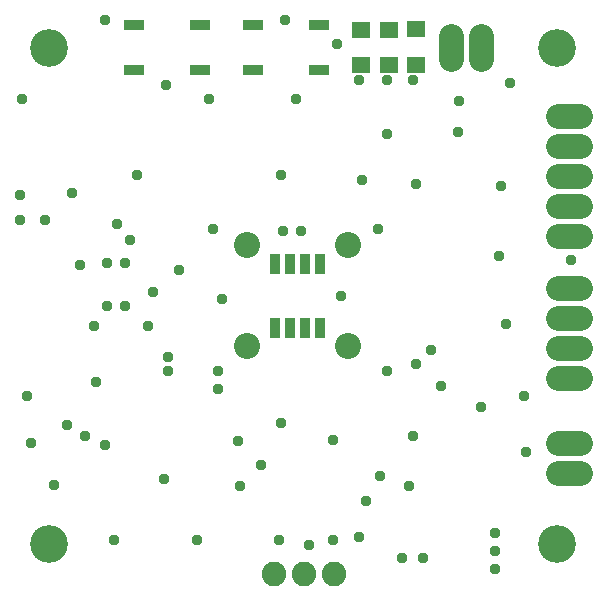
<source format=gbr>
G04 EAGLE Gerber RS-274X export*
G75*
%MOMM*%
%FSLAX34Y34*%
%LPD*%
%INSoldermask Bottom*%
%IPPOS*%
%AMOC8*
5,1,8,0,0,1.08239X$1,22.5*%
G01*
%ADD10R,0.853200X1.703200*%
%ADD11C,3.203200*%
%ADD12C,2.082800*%
%ADD13R,1.727200X0.965200*%
%ADD14C,2.082800*%
%ADD15R,1.603200X1.403200*%
%ADD16C,2.203200*%
%ADD17C,0.959600*%


D10*
X268922Y222872D03*
X256222Y222872D03*
X243522Y222872D03*
X230822Y222872D03*
X230822Y276872D03*
X243522Y276872D03*
X256222Y276872D03*
X268922Y276872D03*
D11*
X470000Y40000D03*
X470000Y460000D03*
X40000Y40000D03*
X40000Y460000D03*
D12*
X230000Y13904D03*
X255400Y13904D03*
X280800Y13904D03*
D13*
X112060Y440950D03*
X167940Y440950D03*
X112060Y479050D03*
X167940Y479050D03*
X212060Y440950D03*
X267940Y440950D03*
X212060Y479050D03*
X267940Y479050D03*
D14*
X380000Y469398D02*
X380000Y450602D01*
X405400Y450602D02*
X405400Y469398D01*
X470602Y300000D02*
X489398Y300000D01*
X489398Y325400D02*
X470602Y325400D01*
X470602Y350800D02*
X489398Y350800D01*
X489398Y376200D02*
X470602Y376200D01*
X470602Y401600D02*
X489398Y401600D01*
X489398Y100000D02*
X470602Y100000D01*
X470602Y125400D02*
X489398Y125400D01*
X489398Y180000D02*
X470602Y180000D01*
X470602Y205400D02*
X489398Y205400D01*
X489398Y230800D02*
X470602Y230800D01*
X470602Y256200D02*
X489398Y256200D01*
D15*
X303904Y445000D03*
X303904Y475000D03*
X327808Y445000D03*
X327808Y475000D03*
D16*
X207500Y292500D03*
X292500Y292500D03*
X292500Y207500D03*
X207500Y207500D03*
D15*
X350520Y445248D03*
X350520Y475248D03*
D17*
X417576Y33528D03*
X417576Y48768D03*
X344424Y88392D03*
X320040Y97536D03*
X347472Y131064D03*
X234696Y42672D03*
X417576Y18288D03*
X441960Y164592D03*
X362712Y204216D03*
X54864Y140208D03*
X21336Y164592D03*
X164592Y42672D03*
X94488Y42672D03*
X182880Y170688D03*
X481584Y280416D03*
X371856Y173736D03*
X283464Y463296D03*
X387096Y414528D03*
X385572Y388620D03*
X422148Y342900D03*
X236220Y352044D03*
X114300Y352044D03*
X175260Y416052D03*
X248412Y416052D03*
X138684Y428244D03*
X16764Y416052D03*
X59436Y336804D03*
X86868Y483108D03*
X239268Y483108D03*
X318516Y306324D03*
X178308Y306324D03*
X65532Y275844D03*
X77724Y224028D03*
X123444Y224028D03*
X86868Y123444D03*
X44196Y89916D03*
X199644Y126492D03*
X443484Y117348D03*
X326136Y185928D03*
X286512Y249936D03*
X420624Y283464D03*
X350520Y344424D03*
X429768Y429768D03*
X15240Y335280D03*
X108204Y297180D03*
X137160Y94488D03*
X356616Y27432D03*
X338328Y27432D03*
X307848Y76200D03*
X79248Y176784D03*
X236220Y141732D03*
X280416Y128016D03*
X219456Y106680D03*
X182880Y185928D03*
X350520Y192024D03*
X280416Y42672D03*
X259546Y39158D03*
X426720Y225552D03*
X405384Y155448D03*
X24384Y124968D03*
X15240Y313944D03*
X97536Y310896D03*
X36576Y313944D03*
X70104Y131064D03*
X88392Y240792D03*
X88392Y277368D03*
X103632Y240792D03*
X103632Y277368D03*
X140208Y185928D03*
X140208Y198120D03*
X185928Y246888D03*
X128016Y252984D03*
X149352Y271272D03*
X237744Y304800D03*
X326136Y387096D03*
X252984Y304800D03*
X304800Y347472D03*
X301752Y432816D03*
X326136Y432816D03*
X347472Y432816D03*
X301752Y45720D03*
X201168Y88392D03*
M02*

</source>
